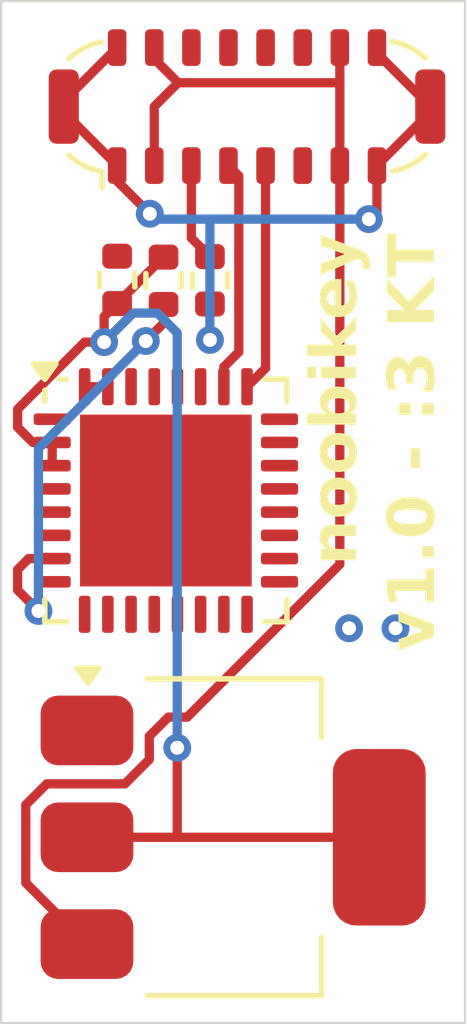
<source format=kicad_pcb>
(kicad_pcb (version 20240108) (generator "pcbnew") (generator_version "8.0")
  (layers (0 "F.Cu" signal) (31 "B.Cu" signal) (34 "B.Paste" user) (35 "F.Paste" user) (36 "B.SilkS" user "B.Silkscreen") (37 "F.SilkS" user "F.Silkscreen") (38 "B.Mask" user) (39 "F.Mask" user) (44 "Edge.Cuts" user))
  (net 0 "")
  (net 1 "Net-(U2-VI)")
  (net 2 "GND")
  (net 3 "Net-(P1-D-)")
  (net 5 "Net-(P1-CC)")
  (net 6 "Net-(P1-D+)")
  (net 7 "Net-(U1-CHIP_EN)")
  (net 8 "+3.3V")
  (net 9 "BOOT")
  (net 23 "Net-(U1-VDDA-Pad31)")
  (net 36 "Net-(TP1-Pin_2)")
  (footprint "Resistor_SMD:R_0402_1005Metric" (layer "F.Cu") (at 39 39.02 90)
    (property "Reference" "R2" (hide yes))
    (property "Value" "10" (hide yes))
    (fp_line (start -0.153641 -0.38) (end 0.153641 -0.38) (stroke (width 0.12)) (layer "F.SilkS"))
    (fp_line (start -0.153641 0.38) (end 0.153641 0.38) (stroke (width 0.12)) (layer "F.SilkS"))
    (pad "1" smd roundrect (at -0.51 0 90) (size 0.54 0.64) (layers "F.Cu" "F.Paste" "F.Mask") (net 7 "Net-(U1-CHIP_EN)"))
    (pad "2" smd roundrect (at 0.51 0 90) (size 0.54 0.64) (layers "F.Cu" "F.Paste" "F.Mask") (net 8 "+3.3V"))
  )
  (footprint "Resistor_SMD:R_0402_1005Metric" (layer "F.Cu") (at 40 39.01 90)
    (property "Reference" "R1" (hide yes))
    (property "Value" "5.1" (hide yes))
    (fp_line (start -0.153641 -0.38) (end 0.153641 -0.38) (stroke (width 0.12)) (layer "F.SilkS"))
    (fp_line (start -0.153641 0.38) (end 0.153641 0.38) (stroke (width 0.12)) (layer "F.SilkS"))
    (pad "1" smd roundrect (at -0.51 0 90) (size 0.54 0.64) (layers "F.Cu" "F.Paste" "F.Mask") (net 2 "GND"))
    (pad "2" smd roundrect (at 0.51 0 90) (size 0.54 0.64) (layers "F.Cu" "F.Paste" "F.Mask") (net 5 "Net-(P1-CC)"))
  )
  (footprint "Resistor_SMD:R_0402_1005Metric" (layer "F.Cu") (at 38 39 90)
    (property "Reference" "R3" (hide yes))
    (property "Value" "10" (hide yes))
    (fp_line (start -0.153641 -0.38) (end 0.153641 -0.38) (stroke (width 0.12)) (layer "F.SilkS"))
    (fp_line (start -0.153641 0.38) (end 0.153641 0.38) (stroke (width 0.12)) (layer "F.SilkS"))
    (pad "1" smd roundrect (at -0.51 0 90) (size 0.54 0.64) (layers "F.Cu" "F.Paste" "F.Mask") (net 8 "+3.3V"))
    (pad "2" smd roundrect (at 0.51 0 90) (size 0.54 0.64) (layers "F.Cu" "F.Paste" "F.Mask") (net 36 "Net-(TP1-Pin_2)"))
  )
  (footprint "Connector_USB:USB_C_Plug_ShenzhenJingTuoJin_918-118A2021Y40002_Vertical" (layer "F.Cu") (at 40.8 35.27 90)
    (property "Reference" "P1" (hide yes))
    (property "Value" "USB_C_Plug_USB2.0" (hide yes))
    (fp_line (start -1.74 -3.125) (end -1.4 -3.125) (stroke (width 0.12)) (layer "F.SilkS"))
    (fp_arc (start 1.025 -3.85) (mid 1.258743 -3.520613) (end 1.389879 -3.138598) (stroke (width 0.12)) (layer "F.SilkS"))
    (fp_arc (start -1.4 -3.125) (mid -1.273005 -3.509003) (end -1.043045 -3.841725) (stroke (width 0.12)) (layer "F.SilkS"))
    (fp_arc (start 1.4 3.125) (mid 1.273005 3.509002) (end 1.043045 3.841725) (stroke (width 0.12)) (layer "F.SilkS"))
    (fp_arc (start -1.025 3.85) (mid -1.258743 3.520613) (end -1.389879 3.138598) (stroke (width 0.12)) (layer "F.SilkS"))
    (pad "A1" smd roundrect (at -1.27 -2.8 180) (size 0.4 0.79) (layers "F.Cu" "F.Paste" "F.Mask") (net 2 "GND"))
    (pad "A4" smd roundrect (at -1.27 -2 180) (size 0.4 0.79) (layers "F.Cu" "F.Paste" "F.Mask") (net 1 "Net-(U2-VI)"))
    (pad "A5" smd roundrect (at -1.27 -1.2 180) (size 0.4 0.79) (layers "F.Cu" "F.Paste" "F.Mask") (net 5 "Net-(P1-CC)"))
    (pad "A6" smd roundrect (at -1.27 -0.4 180) (size 0.4 0.79) (layers "F.Cu" "F.Paste" "F.Mask") (net 6 "Net-(P1-D+)"))
    (pad "A7" smd roundrect (at -1.27 0.4 180) (size 0.4 0.79) (layers "F.Cu" "F.Paste" "F.Mask") (net 3 "Net-(P1-D-)"))
    (pad "A8" smd roundrect (at -1.27 1.2 180) (size 0.4 0.79) (layers "F.Cu" "F.Paste" "F.Mask"))
    (pad "A9" smd roundrect (at -1.27 2 180) (size 0.4 0.79) (layers "F.Cu" "F.Paste" "F.Mask") (net 1 "Net-(U2-VI)"))
    (pad "A12" smd roundrect (at -1.27 2.8 180) (size 0.4 0.79) (layers "F.Cu" "F.Paste" "F.Mask") (net 2 "GND"))
    (pad "B1" smd roundrect (at 1.27 2.8 180) (size 0.4 0.79) (layers "F.Cu" "F.Paste" "F.Mask") (net 2 "GND"))
    (pad "B4" smd roundrect (at 1.27 2 180) (size 0.4 0.79) (layers "F.Cu" "F.Paste" "F.Mask") (net 1 "Net-(U2-VI)"))
    (pad "B5" smd roundrect (at 1.27 1.2 180) (size 0.4 0.79) (layers "F.Cu" "F.Paste" "F.Mask"))
    (pad "B6" smd roundrect (at 1.27 0.4 180) (size 0.4 0.79) (layers "F.Cu" "F.Paste" "F.Mask"))
    (pad "B7" smd roundrect (at 1.27 -0.4 180) (size 0.4 0.79) (layers "F.Cu" "F.Paste" "F.Mask"))
    (pad "B8" smd roundrect (at 1.27 -1.2 180) (size 0.4 0.79) (layers "F.Cu" "F.Paste" "F.Mask"))
    (pad "B9" smd roundrect (at 1.27 -2 180) (size 0.4 0.79) (layers "F.Cu" "F.Paste" "F.Mask") (net 1 "Net-(U2-VI)"))
    (pad "B12" smd roundrect (at 1.27 -2.8 180) (size 0.4 0.79) (layers "F.Cu" "F.Paste" "F.Mask") (net 2 "GND"))
    (pad "S1" smd roundrect (at 0 -3.95 180) (size 0.65 1.6) (layers "F.Cu" "F.Paste" "F.Mask") (net 2 "GND"))
    (pad "S1" smd roundrect (at 0 3.95 180) (size 0.65 1.6) (layers "F.Cu" "F.Paste" "F.Mask") (net 2 "GND"))
  )
  (footprint "Package_DFN_QFN:QFN-32-1EP_5x5mm_P0.5mm_EP3.7x3.7mm" (layer "F.Cu") (at 39.05 43.75)
    (property "Reference" "U1" (hide yes))
    (property "Value" "ESP32-C3" (hide yes))
    (fp_line (start -2.61 -2.135) (end -2.61 -2.37) (stroke (width 0.12)) (layer "F.SilkS"))
    (fp_line (start -2.61 2.61) (end -2.61 2.135) (stroke (width 0.12)) (layer "F.SilkS"))
    (fp_line (start -2.135 -2.61) (end -2.31 -2.61) (stroke (width 0.12)) (layer "F.SilkS"))
    (fp_line (start -2.135 2.61) (end -2.61 2.61) (stroke (width 0.12)) (layer "F.SilkS"))
    (fp_line (start 2.135 -2.61) (end 2.61 -2.61) (stroke (width 0.12)) (layer "F.SilkS"))
    (fp_line (start 2.135 2.61) (end 2.61 2.61) (stroke (width 0.12)) (layer "F.SilkS"))
    (fp_line (start 2.61 -2.61) (end 2.61 -2.135) (stroke (width 0.12)) (layer "F.SilkS"))
    (fp_line (start 2.61 2.61) (end 2.61 2.135) (stroke (width 0.12)) (layer "F.SilkS"))
    (fp_poly (pts (xy -2.61 -2.61) (xy -2.85 -2.94) (xy -2.37 -2.94) (xy -2.61 -2.61)) (stroke (width 0.12)) (fill solid) (layer "F.SilkS"))
    (pad "1" smd roundrect (at -2.45 -1.75) (size 0.8 0.25) (layers "F.Cu" "F.Paste" "F.Mask"))
    (pad "2" smd roundrect (at -2.45 -1.25) (size 0.8 0.25) (layers "F.Cu" "F.Paste" "F.Mask") (net 8 "+3.3V"))
    (pad "3" smd roundrect (at -2.45 -0.75) (size 0.8 0.25) (layers "F.Cu" "F.Paste" "F.Mask") (net 8 "+3.3V"))
    (pad "4" smd roundrect (at -2.45 -0.25) (size 0.8 0.25) (layers "F.Cu" "F.Paste" "F.Mask"))
    (pad "5" smd roundrect (at -2.45 0.25) (size 0.8 0.25) (layers "F.Cu" "F.Paste" "F.Mask"))
    (pad "6" smd roundrect (at -2.45 0.75) (size 0.8 0.25) (layers "F.Cu" "F.Paste" "F.Mask"))
    (pad "7" smd roundrect (at -2.45 1.25) (size 0.8 0.25) (layers "F.Cu" "F.Paste" "F.Mask") (net 7 "Net-(U1-CHIP_EN)"))
    (pad "8" smd roundrect (at -2.45 1.75) (size 0.8 0.25) (layers "F.Cu" "F.Paste" "F.Mask"))
    (pad "9" smd roundrect (at -1.75 2.45) (size 0.25 0.8) (layers "F.Cu" "F.Paste" "F.Mask"))
    (pad "10" smd roundrect (at -1.25 2.45) (size 0.25 0.8) (layers "F.Cu" "F.Paste" "F.Mask"))
    (pad "11" smd roundrect (at -0.75 2.45) (size 0.25 0.8) (layers "F.Cu" "F.Paste" "F.Mask"))
    (pad "12" smd roundrect (at -0.25 2.45) (size 0.25 0.8) (layers "F.Cu" "F.Paste" "F.Mask"))
    (pad "13" smd roundrect (at 0.25 2.45) (size 0.25 0.8) (layers "F.Cu" "F.Paste" "F.Mask"))
    (pad "14" smd roundrect (at 0.75 2.45) (size 0.25 0.8) (layers "F.Cu" "F.Paste" "F.Mask"))
    (pad "15" smd roundrect (at 1.25 2.45) (size 0.25 0.8) (layers "F.Cu" "F.Paste" "F.Mask") (net 9 "BOOT"))
    (pad "16" smd roundrect (at 1.75 2.45) (size 0.25 0.8) (layers "F.Cu" "F.Paste" "F.Mask"))
    (pad "17" smd roundrect (at 2.45 1.75) (size 0.8 0.25) (layers "F.Cu" "F.Paste" "F.Mask"))
    (pad "18" smd roundrect (at 2.45 1.25) (size 0.8 0.25) (layers "F.Cu" "F.Paste" "F.Mask"))
    (pad "19" smd roundrect (at 2.45 0.75) (size 0.8 0.25) (layers "F.Cu" "F.Paste" "F.Mask"))
    (pad "20" smd roundrect (at 2.45 0.25) (size 0.8 0.25) (layers "F.Cu" "F.Paste" "F.Mask"))
    (pad "21" smd roundrect (at 2.45 -0.25) (size 0.8 0.25) (layers "F.Cu" "F.Paste" "F.Mask"))
    (pad "22" smd roundrect (at 2.45 -0.75) (size 0.8 0.25) (layers "F.Cu" "F.Paste" "F.Mask"))
    (pad "23" smd roundrect (at 2.45 -1.25) (size 0.8 0.25) (layers "F.Cu" "F.Paste" "F.Mask"))
    (pad "24" smd roundrect (at 2.45 -1.75) (size 0.8 0.25) (layers "F.Cu" "F.Paste" "F.Mask"))
    (pad "25" smd roundrect (at 1.75 -2.45) (size 0.25 0.8) (layers "F.Cu" "F.Paste" "F.Mask") (net 3 "Net-(P1-D-)"))
    (pad "26" smd roundrect (at 1.25 -2.45) (size 0.25 0.8) (layers "F.Cu" "F.Paste" "F.Mask") (net 6 "Net-(P1-D+)"))
    (pad "27" smd roundrect (at 0.75 -2.45) (size 0.25 0.8) (layers "F.Cu" "F.Paste" "F.Mask"))
    (pad "28" smd roundrect (at 0.25 -2.45) (size 0.25 0.8) (layers "F.Cu" "F.Paste" "F.Mask"))
    (pad "29" smd roundrect (at -0.25 -2.45) (size 0.25 0.8) (layers "F.Cu" "F.Paste" "F.Mask"))
    (pad "30" smd roundrect (at -0.75 -2.45) (size 0.25 0.8) (layers "F.Cu" "F.Paste" "F.Mask"))
    (pad "31" smd roundrect (at -1.25 -2.45) (size 0.25 0.8) (layers "F.Cu" "F.Paste" "F.Mask") (net 23 "Net-(U1-VDDA-Pad31)"))
    (pad "32" smd roundrect (at -1.75 -2.45) (size 0.25 0.8) (layers "F.Cu" "F.Paste" "F.Mask") (net 23 "Net-(U1-VDDA-Pad31)"))
    (pad "33" smd rect (at 0 0) (size 3.7 3.7) (property pad_prop_heatsink) (layers "F.Cu" "F.Mask") (net 2 "GND"))
  )
  (footprint "Package_TO_SOT_SMD:SOT-223-3_TabPin2" (layer "F.Cu") (at 40.5 51)
    (property "Reference" "U2" (hide yes))
    (property "Value" "AMS1117-3.3" (hide yes))
    (fp_line (start -1.85 -3.41) (end 1.91 -3.41) (stroke (width 0.12)) (layer "F.SilkS"))
    (fp_line (start -1.85 3.41) (end 1.91 3.41) (stroke (width 0.12)) (layer "F.SilkS"))
    (fp_line (start 1.91 -3.41) (end 1.91 -2.15) (stroke (width 0.12)) (layer "F.SilkS"))
    (fp_line (start 1.91 3.41) (end 1.91 2.15) (stroke (width 0.12)) (layer "F.SilkS"))
    (fp_poly (pts (xy -3.13 -3.31) (xy -3.37 -3.64) (xy -2.89 -3.64) (xy -3.13 -3.31)) (stroke (width 0.12)) (fill solid) (layer "F.SilkS"))
    (pad "1" smd roundrect (at -3.15 -2.3) (size 2 1.5) (layers "F.Cu" "F.Paste" "F.Mask"))
    (pad "2" smd roundrect (at -3.15 0) (size 2 1.5) (layers "F.Cu" "F.Paste" "F.Mask") (net 8 "+3.3V"))
    (pad "2" smd roundrect (at 3.15 0) (size 2 3.8) (layers "F.Cu" "F.Paste" "F.Mask") (net 8 "+3.3V"))
    (pad "3" smd roundrect (at -3.15 2.3) (size 2 1.5) (layers "F.Cu" "F.Paste" "F.Mask") (net 1 "Net-(U2-VI)"))
  )
  (gr_rect (start 35.5 33) (end 45.5 55) (stroke (width 0.05)) (fill none) (layer "Edge.Cuts"))
  (gr_text "noobikey\nv1.0 - :3 KT" (at 45 38 90) (layer "F.SilkS") (effects (font (size 1 1) (thickness 0.25) (bold yes)) (justify right bottom)))
  (segment (start 42.8 34.7563) (end 39.3137 34.7563) (width 0.2) (layer "F.Cu") (net 1))
  (segment (start 36.0311 50.302) (end 36.4831 49.85) (width 0.2) (layer "F.Cu") (net 1))
  (segment (start 39.3137 34.7563) (end 38.8 34.2426) (width 0.2) (layer "F.Cu") (net 1))
  (segment (start 38.1683 49.85) (end 38.6932 49.3251) (width 0.2) (layer "F.Cu") (net 1))
  (segment (start 38.6932 49.3251) (end 38.6932 48.8241) (width 0.2) (layer "F.Cu") (net 1))
  (segment (start 39.3137 34.7563) (end 38.8 35.27) (width 0.2) (layer "F.Cu") (net 1))
  (segment (start 38.8 34.2426) (end 38.8 34) (width 0.2) (layer "F.Cu") (net 1))
  (segment (start 42.8 34.7563) (end 42.8 34) (width 0.2) (layer "F.Cu") (net 1))
  (segment (start 38.6932 48.8241) (end 39.1036 48.4137) (width 0.2) (layer "F.Cu") (net 1))
  (segment (start 42.8 45.1227) (end 42.8 36.54) (width 0.2) (layer "F.Cu") (net 1))
  (segment (start 39.509 48.4137) (end 42.8 45.1227) (width 0.2) (layer "F.Cu") (net 1))
  (segment (start 39.1036 48.4137) (end 39.509 48.4137) (width 0.2) (layer "F.Cu") (net 1))
  (segment (start 36.4831 49.85) (end 38.1683 49.85) (width 0.2) (layer "F.Cu") (net 1))
  (segment (start 36.0311 51.9811) (end 36.0311 50.302) (width 0.2) (layer "F.Cu") (net 1))
  (segment (start 42.8 36.54) (end 42.8 34.7563) (width 0.2) (layer "F.Cu") (net 1))
  (segment (start 37.35 53.3) (end 36.0311 51.9811) (width 0.2) (layer "F.Cu") (net 1))
  (segment (start 38.8 35.27) (end 38.8 36.54) (width 0.2) (layer "F.Cu") (net 1))
  (segment (start 36.85 35.39) (end 38 36.54) (width 0.2) (layer "F.Cu") (net 2))
  (segment (start 38 36.8732) (end 38 36.54) (width 0.2) (layer "F.Cu") (net 2))
  (segment (start 43.6 37.5179) (end 43.6 36.54) (width 0.2) (layer "F.Cu") (net 2))
  (segment (start 38.7042 37.5774) (end 38 36.8732) (width 0.2) (layer "F.Cu") (net 2))
  (segment (start 36.85 35.15) (end 36.85 35.27) (width 0.2) (layer "F.Cu") (net 2))
  (segment (start 40 39.52) (end 40 40.2928) (width 0.2) (layer "F.Cu") (net 2))
  (segment (start 44.75 35.27) (end 44.75 35.39) (width 0.2) (layer "F.Cu") (net 2))
  (segment (start 43.6 34.12) (end 44.75 35.27) (width 0.2) (layer "F.Cu") (net 2))
  (segment (start 36.85 35.27) (end 36.85 35.39) (width 0.2) (layer "F.Cu") (net 2))
  (segment (start 43.4252 37.6927) (end 43.6 37.5179) (width 0.2) (layer "F.Cu") (net 2))
  (segment (start 44.75 35.39) (end 43.6 36.54) (width 0.2) (layer "F.Cu") (net 2))
  (segment (start 38 34) (end 36.85 35.15) (width 0.2) (layer "F.Cu") (net 2))
  (segment (start 43.6 34) (end 43.6 34.12) (width 0.2) (layer "F.Cu") (net 2))
  (via (at 43.4252 37.6927) (size 0.6) (drill 0.3) (layers "F.Cu" "B.Cu") (net 2))
  (via (at 38.7042 37.5774) (size 0.6) (drill 0.3) (layers "F.Cu" "B.Cu") (net 2))
  (via (at 40 40.2928) (size 0.6) (drill 0.3) (layers "F.Cu" "B.Cu") (net 2))
  (segment (start 40 37.6927) (end 38.8195 37.6927) (width 0.2) (layer "B.Cu") (net 2))
  (segment (start 38.8195 37.6927) (end 38.7042 37.5774) (width 0.2) (layer "B.Cu") (net 2))
  (segment (start 40 37.6927) (end 40 40.2928) (width 0.2) (layer "B.Cu") (net 2))
  (segment (start 43.4252 37.6927) (end 40 37.6927) (width 0.2) (layer "B.Cu") (net 2))
  (segment (start 41.2 40.9) (end 41.2 36.54) (width 0.2) (layer "F.Cu") (net 3))
  (segment (start 40.8 41.3) (end 41.2 40.9) (width 0.2) (layer "F.Cu") (net 3))
  (segment (start 39.6 38.1) (end 40 38.5) (width 0.2) (layer "F.Cu") (net 5))
  (segment (start 39.6 36.54) (end 39.6 38.1) (width 0.2) (layer "F.Cu") (net 5))
  (segment (start 40.6222 40.5522) (end 40.3 40.8744) (width 0.2) (layer "F.Cu") (net 6))
  (segment (start 40.4 36.54) (end 40.6222 36.7622) (width 0.2) (layer "F.Cu") (net 6))
  (segment (start 40.6222 36.7622) (end 40.6222 40.5522) (width 0.2) (layer "F.Cu") (net 6))
  (segment (start 40.3 40.8744) (end 40.3 41.3) (width 0.2) (layer "F.Cu") (net 6))
  (segment (start 39 39.53) (end 39 39.9342) (width 0.2) (layer "F.Cu") (net 7))
  (segment (start 35.8551 45.2372) (end 35.8551 45.6791) (width 0.2) (layer "F.Cu") (net 7))
  (segment (start 36.0923 45) (end 35.8551 45.2372) (width 0.2) (layer "F.Cu") (net 7))
  (segment (start 35.8551 45.6791) (end 36.3031 46.1271) (width 0.2) (layer "F.Cu") (net 7))
  (segment (start 39 39.9342) (end 38.6174 40.3168) (width 0.2) (layer "F.Cu") (net 7))
  (segment (start 36.6 45) (end 36.0923 45) (width 0.2) (layer "F.Cu") (net 7))
  (via (at 38.6174 40.3168) (size 0.6) (drill 0.3) (layers "F.Cu" "B.Cu") (net 7))
  (via (at 36.3031 46.1271) (size 0.6) (drill 0.3) (layers "F.Cu" "B.Cu") (net 7))
  (segment (start 36.3031 42.6311) (end 38.6174 40.3168) (width 0.2) (layer "B.Cu") (net 7))
  (segment (start 36.3031 46.1271) (end 36.3031 42.6311) (width 0.2) (layer "B.Cu") (net 7))
  (segment (start 35.8549 42.174) (end 36.1809 42.5) (width 0.2) (layer "F.Cu") (net 8))
  (segment (start 43.65 51) (end 39.2949 51) (width 0.2) (layer "F.Cu") (net 8))
  (segment (start 39.2949 51) (end 39.2949 49.0732) (width 0.2) (layer "F.Cu") (net 8))
  (segment (start 39.2949 51) (end 37.35 51) (width 0.2) (layer "F.Cu") (net 8))
  (segment (start 37.7192 39.7908) (end 38 39.51) (width 0.2) (layer "F.Cu") (net 8))
  (segment (start 39 38.51) (end 38 39.51) (width 0.2) (layer "F.Cu") (net 8))
  (segment (start 37.7192 40.3401) (end 37.7192 39.7908) (width 0.2) (layer "F.Cu") (net 8))
  (segment (start 37.2996 40.3401) (end 35.8549 41.7848) (width 0.2) (layer "F.Cu") (net 8))
  (segment (start 37.7192 40.3401) (end 37.2996 40.3401) (width 0.2) (layer "F.Cu") (net 8))
  (segment (start 35.8549 41.7848) (end 35.8549 42.174) (width 0.2) (layer "F.Cu") (net 8))
  (segment (start 36.6 43) (end 36.6 42.5) (width 0.2) (layer "F.Cu") (net 8))
  (segment (start 36.1809 42.5) (end 36.6 42.5) (width 0.2) (layer "F.Cu") (net 8))
  (via (at 37.7192 40.3401) (size 0.6) (drill 0.3) (layers "F.Cu" "B.Cu") (net 8))
  (via (at 39.2949 49.0732) (size 0.6) (drill 0.3) (layers "F.Cu" "B.Cu") (net 8))
  (segment (start 38.3443 39.715) (end 37.7192 40.3401) (width 0.2) (layer "B.Cu") (net 8))
  (segment (start 39.2949 40.1413) (end 38.8686 39.715) (width 0.2) (layer "B.Cu") (net 8))
  (segment (start 38.8686 39.715) (end 38.3443 39.715) (width 0.2) (layer "B.Cu") (net 8))
  (segment (start 39.2949 49.0732) (end 39.2949 40.1413) (width 0.2) (layer "B.Cu") (net 8))
  (via (at 43 46.5) (size 0.6) (drill 0.3) (layers "F.Cu" "B.Cu") (net 9))
  (segment (start 37.3 41.3) (end 37.8 41.3) (width 0.2) (layer "F.Cu") (net 23))
  (via (at 44 46.5) (size 0.6) (drill 0.3) (layers "F.Cu" "B.Cu") (net 36))
)
</source>
